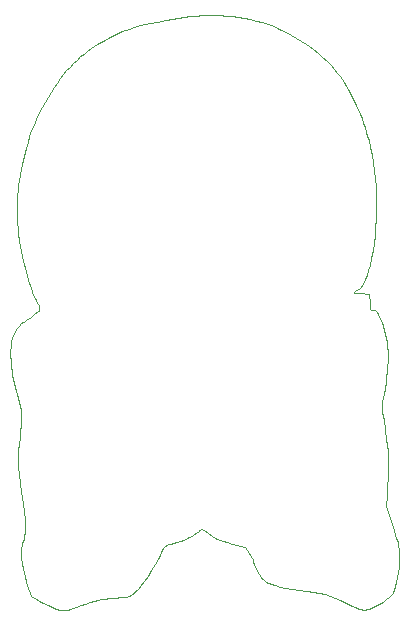
<source format=gbr>
G04 #@! TF.GenerationSoftware,KiCad,Pcbnew,(5.1.2)-1*
G04 #@! TF.CreationDate,2019-09-13T22:49:14-05:00*
G04 #@! TF.ProjectId,keanu-homeboy,6b65616e-752d-4686-9f6d-65626f792e6b,rev?*
G04 #@! TF.SameCoordinates,Original*
G04 #@! TF.FileFunction,Profile,NP*
%FSLAX46Y46*%
G04 Gerber Fmt 4.6, Leading zero omitted, Abs format (unit mm)*
G04 Created by KiCad (PCBNEW (5.1.2)-1) date 2019-09-13 22:49:14*
%MOMM*%
%LPD*%
G04 APERTURE LIST*
%ADD10C,0.100000*%
G04 APERTURE END LIST*
D10*
X-17014156Y-20127263D02*
X-17123989Y-20094863D01*
X-17123989Y-20094863D02*
X-17257645Y-20046743D01*
X-17257645Y-20046743D02*
X-17580268Y-19911749D01*
X-17580268Y-19911749D02*
X-17949712Y-19739115D01*
X-17949712Y-19739115D02*
X-18333667Y-19545675D01*
X-18333667Y-19545675D02*
X-18699819Y-19348266D01*
X-18699819Y-19348266D02*
X-19015859Y-19163725D01*
X-19015859Y-19163725D02*
X-19249473Y-19008887D01*
X-19249473Y-19008887D02*
X-19325273Y-18947867D01*
X-19325273Y-18947867D02*
X-19368353Y-18900587D01*
X-19368353Y-18900587D02*
X-19417693Y-18806027D01*
X-19417693Y-18806027D02*
X-19474413Y-18667643D01*
X-19474413Y-18667643D02*
X-19604156Y-18282970D01*
X-19604156Y-18282970D02*
X-19745929Y-17793711D01*
X-19745929Y-17793711D02*
X-19888072Y-17247008D01*
X-19888072Y-17247008D02*
X-20018925Y-16690001D01*
X-20018925Y-16690001D02*
X-20126827Y-16169832D01*
X-20126827Y-16169832D02*
X-20200117Y-15733642D01*
X-20200117Y-15733642D02*
X-20220137Y-15561771D01*
X-20220137Y-15561771D02*
X-20227137Y-15428574D01*
X-20227137Y-15428574D02*
X-20214877Y-15183525D01*
X-20214877Y-15183525D02*
X-20181507Y-14917864D01*
X-20181507Y-14917864D02*
X-20132107Y-14663611D01*
X-20132107Y-14663611D02*
X-20071787Y-14452785D01*
X-20071787Y-14452785D02*
X-20018707Y-14294366D01*
X-20018707Y-14294366D02*
X-19973267Y-14134066D01*
X-19973267Y-14134066D02*
X-19935537Y-13969158D01*
X-19935537Y-13969158D02*
X-19905577Y-13796913D01*
X-19905577Y-13796913D02*
X-19883467Y-13614602D01*
X-19883467Y-13614602D02*
X-19869257Y-13419498D01*
X-19869257Y-13419498D02*
X-19863057Y-13208873D01*
X-19863057Y-13208873D02*
X-19864857Y-12979998D01*
X-19864857Y-12979998D02*
X-19892877Y-12456586D01*
X-19892877Y-12456586D02*
X-19953867Y-11827438D01*
X-19953867Y-11827438D02*
X-20048357Y-11070727D01*
X-20048357Y-11070727D02*
X-20176892Y-10164628D01*
X-20176892Y-10164628D02*
X-20303253Y-9291296D01*
X-20303253Y-9291296D02*
X-20395733Y-8590170D01*
X-20395733Y-8590170D02*
X-20455633Y-8016054D01*
X-20455633Y-8016054D02*
X-20484263Y-7523750D01*
X-20484263Y-7523750D02*
X-20482963Y-7068064D01*
X-20482963Y-7068064D02*
X-20452943Y-6603798D01*
X-20452943Y-6603798D02*
X-20395543Y-6085757D01*
X-20395543Y-6085757D02*
X-20312073Y-5468745D01*
X-20312073Y-5468745D02*
X-20250543Y-4967533D01*
X-20250543Y-4967533D02*
X-20210593Y-4490879D01*
X-20210593Y-4490879D02*
X-20192203Y-4039849D01*
X-20192203Y-4039849D02*
X-20195303Y-3615508D01*
X-20195303Y-3615508D02*
X-20219903Y-3218922D01*
X-20219903Y-3218922D02*
X-20265943Y-2851155D01*
X-20265943Y-2851155D02*
X-20333383Y-2513274D01*
X-20333383Y-2513274D02*
X-20422203Y-2206342D01*
X-20422203Y-2206342D02*
X-20525697Y-1888203D01*
X-20525697Y-1888203D02*
X-20621447Y-1562955D01*
X-20621447Y-1562955D02*
X-20709197Y-1232589D01*
X-20709197Y-1232589D02*
X-20788717Y-899093D01*
X-20788717Y-899093D02*
X-20859757Y-564457D01*
X-20859757Y-564457D02*
X-20922077Y-230673D01*
X-20922077Y-230673D02*
X-20975427Y100271D01*
X-20975427Y100271D02*
X-21019577Y426385D01*
X-21019577Y426385D02*
X-21054277Y745679D01*
X-21054277Y745679D02*
X-21079277Y1056162D01*
X-21079277Y1056162D02*
X-21094347Y1355846D01*
X-21094347Y1355846D02*
X-21099247Y1642739D01*
X-21099247Y1642739D02*
X-21093747Y1914853D01*
X-21093747Y1914853D02*
X-21077547Y2170198D01*
X-21077547Y2170198D02*
X-21050437Y2406783D01*
X-21050437Y2406783D02*
X-21012177Y2622619D01*
X-21012177Y2622619D02*
X-20944727Y2866030D01*
X-20944727Y2866030D02*
X-20847147Y3123644D01*
X-20847147Y3123644D02*
X-20727465Y3381842D01*
X-20727465Y3381842D02*
X-20593717Y3627005D01*
X-20593717Y3627005D02*
X-20453938Y3845515D01*
X-20453938Y3845515D02*
X-20316162Y4023751D01*
X-20316162Y4023751D02*
X-20250532Y4093511D01*
X-20250532Y4093511D02*
X-20188422Y4148101D01*
X-20188422Y4148101D02*
X-20130832Y4185811D01*
X-20130832Y4185811D02*
X-20078762Y4204941D01*
X-20078762Y4204941D02*
X-20030802Y4220061D01*
X-20030802Y4220061D02*
X-19970042Y4248881D01*
X-19970042Y4248881D02*
X-19820041Y4340901D01*
X-19820041Y4340901D02*
X-19648548Y4467526D01*
X-19648548Y4467526D02*
X-19475363Y4615294D01*
X-19475363Y4615294D02*
X-19301035Y4769064D01*
X-19301035Y4769064D02*
X-19126429Y4912033D01*
X-19126429Y4912033D02*
X-18971821Y5028239D01*
X-18971821Y5028239D02*
X-18857485Y5101719D01*
X-18857485Y5101719D02*
X-18776655Y5155379D01*
X-18776655Y5155379D02*
X-18715865Y5218619D01*
X-18715865Y5218619D02*
X-18675225Y5290639D01*
X-18675225Y5290639D02*
X-18654815Y5370649D01*
X-18654815Y5370649D02*
X-18654748Y5457849D01*
X-18654748Y5457849D02*
X-18675118Y5551449D01*
X-18675118Y5551449D02*
X-18716018Y5650649D01*
X-18716018Y5650649D02*
X-18777548Y5754654D01*
X-18777548Y5754654D02*
X-18862608Y5895921D01*
X-18862608Y5895921D02*
X-18953408Y6075944D01*
X-18953408Y6075944D02*
X-19049138Y6291957D01*
X-19049138Y6291957D02*
X-19148968Y6541195D01*
X-19148968Y6541195D02*
X-19357667Y7128287D01*
X-19357667Y7128287D02*
X-19572939Y7815099D01*
X-19572939Y7815099D02*
X-19788223Y8579511D01*
X-19788223Y8579511D02*
X-19996954Y9399402D01*
X-19996954Y9399402D02*
X-20192571Y10252650D01*
X-20192571Y10252650D02*
X-20368509Y11117137D01*
X-20368509Y11117137D02*
X-20400269Y11316476D01*
X-20400269Y11316476D02*
X-20428639Y11558378D01*
X-20428639Y11558378D02*
X-20474909Y12144435D01*
X-20474909Y12144435D02*
X-20506699Y12824432D01*
X-20506699Y12824432D02*
X-20523389Y13547494D01*
X-20523389Y13547494D02*
X-20524344Y14262747D01*
X-20524344Y14262747D02*
X-20508944Y14919315D01*
X-20508944Y14919315D02*
X-20476564Y15466324D01*
X-20476564Y15466324D02*
X-20453814Y15682846D01*
X-20453814Y15682846D02*
X-20426584Y15852899D01*
X-20426584Y15852899D02*
X-20071886Y17615215D01*
X-20071886Y17615215D02*
X-19924981Y18321312D01*
X-19924981Y18321312D02*
X-19783048Y18938773D01*
X-19783048Y18938773D02*
X-19638887Y19489603D01*
X-19638887Y19489603D02*
X-19485298Y19995809D01*
X-19485298Y19995809D02*
X-19315084Y20479397D01*
X-19315084Y20479397D02*
X-19121045Y20962374D01*
X-19121045Y20962374D02*
X-18895981Y21466745D01*
X-18895981Y21466745D02*
X-18632694Y22014517D01*
X-18632694Y22014517D02*
X-18404622Y22462610D01*
X-18404622Y22462610D02*
X-18169408Y22897664D01*
X-18169408Y22897664D02*
X-17927323Y23319340D01*
X-17927323Y23319340D02*
X-17678639Y23727301D01*
X-17678639Y23727301D02*
X-17423628Y24121208D01*
X-17423628Y24121208D02*
X-17162561Y24500723D01*
X-17162561Y24500723D02*
X-16895711Y24865509D01*
X-16895711Y24865509D02*
X-16623348Y25215226D01*
X-16623348Y25215226D02*
X-16345746Y25549537D01*
X-16345746Y25549537D02*
X-16063176Y25868105D01*
X-16063176Y25868105D02*
X-15775909Y26170590D01*
X-15775909Y26170590D02*
X-15484218Y26456655D01*
X-15484218Y26456655D02*
X-15188374Y26725962D01*
X-15188374Y26725962D02*
X-14888649Y26978173D01*
X-14888649Y26978173D02*
X-14585315Y27212949D01*
X-14585315Y27212949D02*
X-14278643Y27429952D01*
X-14278643Y27429952D02*
X-13778035Y27751540D01*
X-13778035Y27751540D02*
X-13249547Y28061094D01*
X-13249547Y28061094D02*
X-12704694Y28353236D01*
X-12704694Y28353236D02*
X-12154987Y28622586D01*
X-12154987Y28622586D02*
X-11611939Y28863767D01*
X-11611939Y28863767D02*
X-11087064Y29071400D01*
X-11087064Y29071400D02*
X-10591874Y29240105D01*
X-10591874Y29240105D02*
X-10359009Y29308175D01*
X-10359009Y29308175D02*
X-10137882Y29364505D01*
X-10137882Y29364505D02*
X-9278031Y29554824D01*
X-9278031Y29554824D02*
X-8660559Y29673353D01*
X-8660559Y29673353D02*
X-7956856Y29791339D01*
X-7956856Y29791339D02*
X-6889689Y29980356D01*
X-6889689Y29980356D02*
X-6384098Y30063206D01*
X-6384098Y30063206D02*
X-5877823Y30129206D01*
X-5877823Y30129206D02*
X-5371012Y30178366D01*
X-5371012Y30178366D02*
X-4863810Y30210696D01*
X-4863810Y30210696D02*
X-4356364Y30226206D01*
X-4356364Y30226206D02*
X-3848819Y30224906D01*
X-3848819Y30224906D02*
X-3341322Y30206816D01*
X-3341322Y30206816D02*
X-2834018Y30171946D01*
X-2834018Y30171946D02*
X-2327055Y30120306D01*
X-2327055Y30120306D02*
X-1820577Y30051916D01*
X-1820577Y30051916D02*
X-1314732Y29966776D01*
X-1314732Y29966776D02*
X-809665Y29864908D01*
X-809665Y29864908D02*
X-305523Y29746323D01*
X-305523Y29746323D02*
X197549Y29611032D01*
X197549Y29611032D02*
X699405Y29459048D01*
X699405Y29459048D02*
X1199897Y29290383D01*
X1199897Y29290383D02*
X1477146Y29176078D01*
X1477146Y29176078D02*
X1835003Y29004683D01*
X1835003Y29004683D02*
X2246848Y28791145D01*
X2246848Y28791145D02*
X2686062Y28550412D01*
X2686062Y28550412D02*
X3126028Y28297432D01*
X3126028Y28297432D02*
X3540125Y28047154D01*
X3540125Y28047154D02*
X3901735Y27814526D01*
X3901735Y27814526D02*
X4184239Y27614495D01*
X4184239Y27614495D02*
X4554375Y27321067D01*
X4554375Y27321067D02*
X4932019Y27001726D01*
X4932019Y27001726D02*
X5307066Y26666265D01*
X5307066Y26666265D02*
X5669409Y26324478D01*
X5669409Y26324478D02*
X6008940Y25986158D01*
X6008940Y25986158D02*
X6315554Y25661098D01*
X6315554Y25661098D02*
X6579144Y25359092D01*
X6579144Y25359092D02*
X6789602Y25089932D01*
X6789602Y25089932D02*
X6966952Y24834827D01*
X6966952Y24834827D02*
X7145379Y24558728D01*
X7145379Y24558728D02*
X7323936Y24263743D01*
X7323936Y24263743D02*
X7501675Y23951981D01*
X7501675Y23951981D02*
X7677648Y23625549D01*
X7677648Y23625549D02*
X7850908Y23286557D01*
X7850908Y23286557D02*
X8020507Y22937113D01*
X8020507Y22937113D02*
X8185498Y22579325D01*
X8185498Y22579325D02*
X8497863Y21847152D01*
X8497863Y21847152D02*
X8643342Y21476983D01*
X8643342Y21476983D02*
X8780422Y21106905D01*
X8780422Y21106905D02*
X8908155Y20739026D01*
X8908155Y20739026D02*
X9025593Y20375453D01*
X9025593Y20375453D02*
X9131789Y20018297D01*
X9131789Y20018297D02*
X9225799Y19669664D01*
X9225799Y19669664D02*
X9371140Y19053121D01*
X9371140Y19053121D02*
X9498078Y18417885D01*
X9498078Y18417885D02*
X9606585Y17766657D01*
X9606585Y17766657D02*
X9696635Y17102140D01*
X9696635Y17102140D02*
X9768205Y16427036D01*
X9768205Y16427036D02*
X9821265Y15744046D01*
X9821265Y15744046D02*
X9855795Y15055874D01*
X9855795Y15055874D02*
X9871755Y14365221D01*
X9871755Y14365221D02*
X9869155Y13674789D01*
X9869155Y13674789D02*
X9847915Y12987281D01*
X9847915Y12987281D02*
X9808045Y12305399D01*
X9808045Y12305399D02*
X9749505Y11631845D01*
X9749505Y11631845D02*
X9672275Y10969321D01*
X9672275Y10969321D02*
X9576325Y10320529D01*
X9576325Y10320529D02*
X9461634Y9688172D01*
X9461634Y9688172D02*
X9328175Y9074951D01*
X9328175Y9074951D02*
X9216622Y8652680D01*
X9216622Y8652680D02*
X9090648Y8260122D01*
X9090648Y8260122D02*
X8954426Y7905473D01*
X8954426Y7905473D02*
X8812128Y7596927D01*
X8812128Y7596927D02*
X8667926Y7342681D01*
X8667926Y7342681D02*
X8596416Y7238482D01*
X8596416Y7238482D02*
X8525996Y7150932D01*
X8525996Y7150932D02*
X8457186Y7081052D01*
X8457186Y7081052D02*
X8390506Y7029872D01*
X8390506Y7029872D02*
X8326476Y6998412D01*
X8326476Y6998412D02*
X8265626Y6987702D01*
X8265626Y6987702D02*
X8219096Y6976372D01*
X8219096Y6976372D02*
X8163086Y6945522D01*
X8163086Y6945522D02*
X8104646Y6899872D01*
X8104646Y6899872D02*
X8050826Y6844122D01*
X8050826Y6844122D02*
X8021786Y6802472D01*
X8021786Y6802472D02*
X8013586Y6768832D01*
X8013586Y6768832D02*
X8029826Y6742062D01*
X8029826Y6742062D02*
X8074236Y6721012D01*
X8074236Y6721012D02*
X8150496Y6704542D01*
X8150496Y6704542D02*
X8262288Y6691502D01*
X8262288Y6691502D02*
X8607207Y6671122D01*
X8607207Y6671122D02*
X9282718Y6641702D01*
X9282718Y6641702D02*
X9311468Y5939442D01*
X9311468Y5939442D02*
X9332408Y5542932D01*
X9332408Y5542932D02*
X9347148Y5420319D01*
X9347148Y5420319D02*
X9368538Y5338759D01*
X9368538Y5338759D02*
X9399408Y5291229D01*
X9399408Y5291229D02*
X9442618Y5270699D01*
X9442618Y5270699D02*
X9500998Y5270139D01*
X9500998Y5270139D02*
X9577398Y5282519D01*
X9577398Y5282519D02*
X9651158Y5291119D01*
X9651158Y5291119D02*
X9716148Y5282019D01*
X9716148Y5282019D02*
X9777518Y5248959D01*
X9777518Y5248959D02*
X9840408Y5185569D01*
X9840408Y5185569D02*
X9909948Y5085510D01*
X9909948Y5085510D02*
X9991278Y4942440D01*
X9991278Y4942440D02*
X10209876Y4501895D01*
X10209876Y4501895D02*
X10340057Y4207678D01*
X10340057Y4207678D02*
X10455369Y3900104D01*
X10455369Y3900104D02*
X10555815Y3579101D01*
X10555815Y3579101D02*
X10641395Y3244599D01*
X10641395Y3244599D02*
X10712115Y2896527D01*
X10712115Y2896527D02*
X10767985Y2534816D01*
X10767985Y2534816D02*
X10808995Y2159394D01*
X10808995Y2159394D02*
X10835165Y1770192D01*
X10835165Y1770192D02*
X10846485Y1367138D01*
X10846485Y1367138D02*
X10842985Y950162D01*
X10842985Y950162D02*
X10824625Y519193D01*
X10824625Y519193D02*
X10791425Y74162D01*
X10791425Y74162D02*
X10743395Y-385003D01*
X10743395Y-385003D02*
X10680535Y-858373D01*
X10680535Y-858373D02*
X10602845Y-1346016D01*
X10602845Y-1346016D02*
X10510335Y-1848005D01*
X10510335Y-1848005D02*
X10403637Y-2429648D01*
X10403637Y-2429648D02*
X10377007Y-2650810D01*
X10377007Y-2650810D02*
X10368207Y-2859277D01*
X10368207Y-2859277D02*
X10377307Y-3080358D01*
X10377307Y-3080358D02*
X10404237Y-3339361D01*
X10404237Y-3339361D02*
X10511749Y-4072370D01*
X10511749Y-4072370D02*
X10745303Y-5631332D01*
X10745303Y-5631332D02*
X10818543Y-6189739D01*
X10818543Y-6189739D02*
X10866933Y-6648179D01*
X10866933Y-6648179D02*
X10893613Y-7042215D01*
X10893613Y-7042215D02*
X10901713Y-7407405D01*
X10901713Y-7407405D02*
X10894313Y-7779314D01*
X10894313Y-7779314D02*
X10874633Y-8193501D01*
X10874633Y-8193501D02*
X10754469Y-10362312D01*
X10754469Y-10362312D02*
X10699749Y-11350918D01*
X10699749Y-11350918D02*
X11273063Y-13080979D01*
X11273063Y-13080979D02*
X11588482Y-14055590D01*
X11588482Y-14055590D02*
X11689296Y-14401262D01*
X11689296Y-14401262D02*
X11759266Y-14685427D01*
X11759266Y-14685427D02*
X11803706Y-14932775D01*
X11803706Y-14932775D02*
X11827926Y-15167993D01*
X11827926Y-15167993D02*
X11837226Y-15415768D01*
X11837226Y-15415768D02*
X11836951Y-15700788D01*
X11836951Y-15700788D02*
X11820661Y-16081905D01*
X11820661Y-16081905D02*
X11781691Y-16498208D01*
X11781691Y-16498208D02*
X11723541Y-16931228D01*
X11723541Y-16931228D02*
X11649711Y-17362492D01*
X11649711Y-17362492D02*
X11563721Y-17773532D01*
X11563721Y-17773532D02*
X11469061Y-18145876D01*
X11469061Y-18145876D02*
X11369241Y-18461054D01*
X11369241Y-18461054D02*
X11318491Y-18591433D01*
X11318491Y-18591433D02*
X11267771Y-18700594D01*
X11267771Y-18700594D02*
X11219951Y-18777504D01*
X11219951Y-18777504D02*
X11152811Y-18861844D01*
X11152811Y-18861844D02*
X11068051Y-18952104D01*
X11068051Y-18952104D02*
X10967385Y-19046744D01*
X10967385Y-19046744D02*
X10725182Y-19243088D01*
X10725182Y-19243088D02*
X10439894Y-19438672D01*
X10439894Y-19438672D02*
X9977842Y-19721337D01*
X9977842Y-19721337D02*
X9777389Y-19833109D01*
X9777389Y-19833109D02*
X9592685Y-19925349D01*
X9592685Y-19925349D02*
X9420252Y-19998199D01*
X9420252Y-19998199D02*
X9256616Y-20051779D01*
X9256616Y-20051779D02*
X9098300Y-20086229D01*
X9098300Y-20086229D02*
X8941829Y-20101679D01*
X8941829Y-20101679D02*
X8783727Y-20098279D01*
X8783727Y-20098279D02*
X8620518Y-20076139D01*
X8620518Y-20076139D02*
X8448727Y-20035399D01*
X8448727Y-20035399D02*
X8264877Y-19976189D01*
X8264877Y-19976189D02*
X8065492Y-19898649D01*
X8065492Y-19898649D02*
X7847098Y-19802909D01*
X7847098Y-19802909D02*
X7339375Y-19557366D01*
X7339375Y-19557366D02*
X6837066Y-19313548D01*
X6837066Y-19313548D02*
X6382549Y-19112398D01*
X6382549Y-19112398D02*
X5952003Y-18947201D01*
X5952003Y-18947201D02*
X5521607Y-18811240D01*
X5521607Y-18811240D02*
X5067543Y-18697797D01*
X5067543Y-18697797D02*
X4565989Y-18600157D01*
X4565989Y-18600157D02*
X3993124Y-18511597D01*
X3993124Y-18511597D02*
X3325130Y-18425407D01*
X3325130Y-18425407D02*
X2709622Y-18344057D01*
X2709622Y-18344057D02*
X2170409Y-18257117D01*
X2170409Y-18257117D02*
X1702764Y-18163217D01*
X1702764Y-18163217D02*
X1301955Y-18060980D01*
X1301955Y-18060980D02*
X963254Y-17949042D01*
X963254Y-17949042D02*
X815716Y-17889012D01*
X815716Y-17889012D02*
X681932Y-17826042D01*
X681932Y-17826042D02*
X561309Y-17759952D01*
X561309Y-17759952D02*
X453258Y-17690582D01*
X453258Y-17690582D02*
X357188Y-17617762D01*
X357188Y-17617762D02*
X272508Y-17541322D01*
X272508Y-17541322D02*
X159677Y-17406983D01*
X159677Y-17406983D02*
X29771Y-17216389D01*
X29771Y-17216389D02*
X-107313Y-16988534D01*
X-107313Y-16988534D02*
X-241677Y-16742413D01*
X-241677Y-16742413D02*
X-363424Y-16497023D01*
X-363424Y-16497023D02*
X-462654Y-16271358D01*
X-462654Y-16271358D02*
X-529474Y-16084414D01*
X-529474Y-16084414D02*
X-547634Y-16011394D01*
X-547634Y-16011394D02*
X-553934Y-15955184D01*
X-553934Y-15955184D02*
X-561134Y-15916374D01*
X-561134Y-15916374D02*
X-581824Y-15859914D01*
X-581824Y-15859914D02*
X-657804Y-15704785D01*
X-657804Y-15704785D02*
X-770229Y-15511269D01*
X-770229Y-15511269D02*
X-907498Y-15300837D01*
X-907498Y-15300837D02*
X-1261015Y-14787544D01*
X-1261015Y-14787544D02*
X-2316263Y-14514763D01*
X-2316263Y-14514763D02*
X-2715519Y-14407462D01*
X-2715519Y-14407462D02*
X-3059775Y-14305655D01*
X-3059775Y-14305655D02*
X-3353914Y-14207265D01*
X-3353914Y-14207265D02*
X-3602815Y-14110205D01*
X-3602815Y-14110205D02*
X-3811362Y-14012395D01*
X-3811362Y-14012395D02*
X-3984435Y-13911763D01*
X-3984435Y-13911763D02*
X-4126917Y-13806227D01*
X-4126917Y-13806227D02*
X-4243688Y-13693706D01*
X-4243688Y-13693706D02*
X-4336448Y-13606906D01*
X-4336448Y-13606906D02*
X-4455834Y-13517846D01*
X-4455834Y-13517846D02*
X-4586452Y-13436976D01*
X-4586452Y-13436976D02*
X-4712905Y-13374766D01*
X-4712905Y-13374766D02*
X-4804185Y-13339446D01*
X-4804185Y-13339446D02*
X-4881065Y-13318146D01*
X-4881065Y-13318146D02*
X-4949705Y-13312946D01*
X-4949705Y-13312946D02*
X-5016255Y-13325916D01*
X-5016255Y-13325916D02*
X-5086885Y-13359126D01*
X-5086885Y-13359126D02*
X-5167755Y-13414656D01*
X-5167755Y-13414656D02*
X-5384854Y-13600951D01*
X-5384854Y-13600951D02*
X-5543774Y-13730197D01*
X-5543774Y-13730197D02*
X-5727759Y-13853605D01*
X-5727759Y-13853605D02*
X-5936237Y-13970924D01*
X-5936237Y-13970924D02*
X-6168634Y-14081900D01*
X-6168634Y-14081900D02*
X-6424377Y-14186280D01*
X-6424377Y-14186280D02*
X-6702893Y-14283810D01*
X-6702893Y-14283810D02*
X-7003607Y-14374240D01*
X-7003607Y-14374240D02*
X-7325948Y-14457320D01*
X-7325948Y-14457320D02*
X-7539802Y-14512620D01*
X-7539802Y-14512620D02*
X-7715487Y-14569670D01*
X-7715487Y-14569670D02*
X-7859097Y-14633140D01*
X-7859097Y-14633140D02*
X-7976726Y-14707690D01*
X-7976726Y-14707690D02*
X-8074466Y-14797980D01*
X-8074466Y-14797980D02*
X-8158416Y-14908677D01*
X-8158416Y-14908677D02*
X-8234666Y-15044446D01*
X-8234666Y-15044446D02*
X-8309306Y-15209951D01*
X-8309306Y-15209951D02*
X-8427984Y-15453577D01*
X-8427984Y-15453577D02*
X-8630264Y-15827125D01*
X-8630264Y-15827125D02*
X-8887829Y-16279716D01*
X-8887829Y-16279716D02*
X-9172362Y-16760474D01*
X-9172362Y-16760474D02*
X-9486906Y-17258003D01*
X-9486906Y-17258003D02*
X-9795907Y-17701001D01*
X-9795907Y-17701001D02*
X-10096038Y-18086010D01*
X-10096038Y-18086010D02*
X-10241737Y-18255689D01*
X-10241737Y-18255689D02*
X-10383971Y-18409574D01*
X-10383971Y-18409574D02*
X-10522324Y-18547233D01*
X-10522324Y-18547233D02*
X-10656380Y-18668235D01*
X-10656380Y-18668235D02*
X-10785723Y-18772146D01*
X-10785723Y-18772146D02*
X-10909937Y-18858536D01*
X-10909937Y-18858536D02*
X-11028606Y-18926966D01*
X-11028606Y-18926966D02*
X-11141314Y-18977016D01*
X-11141314Y-18977016D02*
X-11247646Y-19008246D01*
X-11247646Y-19008246D02*
X-11347186Y-19020226D01*
X-11347186Y-19020226D02*
X-11622847Y-19033896D01*
X-11622847Y-19033896D02*
X-11824114Y-19056516D01*
X-11824114Y-19056516D02*
X-12161032Y-19098326D01*
X-12161032Y-19098326D02*
X-12762829Y-19158516D01*
X-12762829Y-19158516D02*
X-13075401Y-19194176D01*
X-13075401Y-19194176D02*
X-13388111Y-19243806D01*
X-13388111Y-19243806D02*
X-13706163Y-19308806D01*
X-13706163Y-19308806D02*
X-14034761Y-19390586D01*
X-14034761Y-19390586D02*
X-14379108Y-19490556D01*
X-14379108Y-19490556D02*
X-14744408Y-19610121D01*
X-14744408Y-19610121D02*
X-15135863Y-19750684D01*
X-15135863Y-19750684D02*
X-15558678Y-19913651D01*
X-15558678Y-19913651D02*
X-15800612Y-20005511D01*
X-15800612Y-20005511D02*
X-16014639Y-20077171D01*
X-16014639Y-20077171D02*
X-16206144Y-20129431D01*
X-16206144Y-20129431D02*
X-16380512Y-20163071D01*
X-16380512Y-20163071D02*
X-16543126Y-20178881D01*
X-16543126Y-20178881D02*
X-16699372Y-20177681D01*
X-16699372Y-20177681D02*
X-16854635Y-20160211D01*
X-16854635Y-20160211D02*
X-17014299Y-20127291D01*
X-17014299Y-20127291D02*
X-17014135Y-20127264D01*
X-17014135Y-20127264D02*
X-17014156Y-20127263D01*
M02*

</source>
